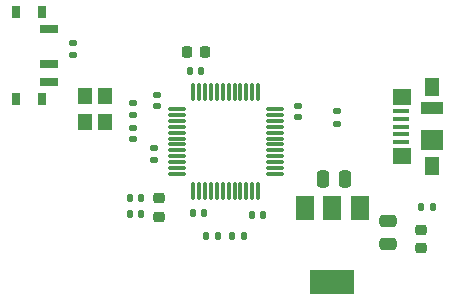
<source format=gbr>
%TF.GenerationSoftware,KiCad,Pcbnew,(6.0.7-1)-1*%
%TF.CreationDate,2022-10-07T20:30:11-05:00*%
%TF.ProjectId,KiCad,4b694361-642e-46b6-9963-61645f706362,rev?*%
%TF.SameCoordinates,Original*%
%TF.FileFunction,Paste,Top*%
%TF.FilePolarity,Positive*%
%FSLAX46Y46*%
G04 Gerber Fmt 4.6, Leading zero omitted, Abs format (unit mm)*
G04 Created by KiCad (PCBNEW (6.0.7-1)-1) date 2022-10-07 20:30:11*
%MOMM*%
%LPD*%
G01*
G04 APERTURE LIST*
G04 Aperture macros list*
%AMRoundRect*
0 Rectangle with rounded corners*
0 $1 Rounding radius*
0 $2 $3 $4 $5 $6 $7 $8 $9 X,Y pos of 4 corners*
0 Add a 4 corners polygon primitive as box body*
4,1,4,$2,$3,$4,$5,$6,$7,$8,$9,$2,$3,0*
0 Add four circle primitives for the rounded corners*
1,1,$1+$1,$2,$3*
1,1,$1+$1,$4,$5*
1,1,$1+$1,$6,$7*
1,1,$1+$1,$8,$9*
0 Add four rect primitives between the rounded corners*
20,1,$1+$1,$2,$3,$4,$5,0*
20,1,$1+$1,$4,$5,$6,$7,0*
20,1,$1+$1,$6,$7,$8,$9,0*
20,1,$1+$1,$8,$9,$2,$3,0*%
G04 Aperture macros list end*
%ADD10R,1.200000X1.400000*%
%ADD11R,1.550000X1.425000*%
%ADD12R,1.900000X1.000000*%
%ADD13R,1.300000X1.650000*%
%ADD14R,1.900000X1.800000*%
%ADD15R,1.380000X0.450000*%
%ADD16RoundRect,0.140000X0.170000X-0.140000X0.170000X0.140000X-0.170000X0.140000X-0.170000X-0.140000X0*%
%ADD17R,1.500000X2.000000*%
%ADD18R,3.800000X2.000000*%
%ADD19RoundRect,0.225000X-0.225000X-0.250000X0.225000X-0.250000X0.225000X0.250000X-0.225000X0.250000X0*%
%ADD20RoundRect,0.135000X0.185000X-0.135000X0.185000X0.135000X-0.185000X0.135000X-0.185000X-0.135000X0*%
%ADD21RoundRect,0.135000X0.135000X0.185000X-0.135000X0.185000X-0.135000X-0.185000X0.135000X-0.185000X0*%
%ADD22RoundRect,0.140000X-0.140000X-0.170000X0.140000X-0.170000X0.140000X0.170000X-0.140000X0.170000X0*%
%ADD23RoundRect,0.140000X0.140000X0.170000X-0.140000X0.170000X-0.140000X-0.170000X0.140000X-0.170000X0*%
%ADD24RoundRect,0.140000X-0.170000X0.140000X-0.170000X-0.140000X0.170000X-0.140000X0.170000X0.140000X0*%
%ADD25RoundRect,0.250000X0.475000X-0.250000X0.475000X0.250000X-0.475000X0.250000X-0.475000X-0.250000X0*%
%ADD26RoundRect,0.218750X-0.256250X0.218750X-0.256250X-0.218750X0.256250X-0.218750X0.256250X0.218750X0*%
%ADD27RoundRect,0.075000X-0.662500X-0.075000X0.662500X-0.075000X0.662500X0.075000X-0.662500X0.075000X0*%
%ADD28RoundRect,0.075000X-0.075000X-0.662500X0.075000X-0.662500X0.075000X0.662500X-0.075000X0.662500X0*%
%ADD29RoundRect,0.135000X-0.135000X-0.185000X0.135000X-0.185000X0.135000X0.185000X-0.135000X0.185000X0*%
%ADD30RoundRect,0.250000X-0.250000X-0.475000X0.250000X-0.475000X0.250000X0.475000X-0.250000X0.475000X0*%
%ADD31R,0.800000X1.000000*%
%ADD32R,1.500000X0.700000*%
G04 APERTURE END LIST*
D10*
%TO.C,Y1*%
X113062000Y-85588000D03*
X113062000Y-87788000D03*
X114762000Y-87788000D03*
X114762000Y-85588000D03*
%TD*%
D11*
%TO.C,J4*%
X139856000Y-85650500D03*
D12*
X142431000Y-86588000D03*
D11*
X139856000Y-90625500D03*
D13*
X142431000Y-91513000D03*
X142431000Y-84763000D03*
D14*
X142431000Y-89288000D03*
D15*
X139771000Y-86838000D03*
X139771000Y-87488000D03*
X139771000Y-88138000D03*
X139771000Y-88788000D03*
X139771000Y-89438000D03*
%TD*%
D16*
%TO.C,C11*%
X118872000Y-90932000D03*
X118872000Y-89972000D03*
%TD*%
D17*
%TO.C,U1*%
X136300000Y-95000000D03*
X134000000Y-95000000D03*
D18*
X134000000Y-101300000D03*
D17*
X131700000Y-95000000D03*
%TD*%
D19*
%TO.C,C3*%
X121653000Y-81788000D03*
X123203000Y-81788000D03*
%TD*%
D20*
%TO.C,R4*%
X112014000Y-82046000D03*
X112014000Y-81026000D03*
%TD*%
D16*
%TO.C,C9*%
X117094000Y-89182000D03*
X117094000Y-88222000D03*
%TD*%
%TO.C,C5*%
X117094000Y-87122000D03*
X117094000Y-86162000D03*
%TD*%
D21*
%TO.C,R2*%
X124333000Y-97409000D03*
X123313000Y-97409000D03*
%TD*%
D22*
%TO.C,C10*%
X121940000Y-83400000D03*
X122900000Y-83400000D03*
%TD*%
%TO.C,C4*%
X122174000Y-95500000D03*
X123134000Y-95500000D03*
%TD*%
D23*
%TO.C,C13*%
X117828000Y-95504000D03*
X116868000Y-95504000D03*
%TD*%
D24*
%TO.C,C7*%
X131064000Y-86388000D03*
X131064000Y-87348000D03*
%TD*%
D23*
%TO.C,C12*%
X117800000Y-94183200D03*
X116840000Y-94183200D03*
%TD*%
D25*
%TO.C,C2*%
X138684000Y-98044000D03*
X138684000Y-96144000D03*
%TD*%
D26*
%TO.C,D1*%
X141500000Y-96862500D03*
X141500000Y-98437500D03*
%TD*%
D27*
%TO.C,U2*%
X120805500Y-86658000D03*
X120805500Y-87158000D03*
X120805500Y-87658000D03*
X120805500Y-88158000D03*
X120805500Y-88658000D03*
X120805500Y-89158000D03*
X120805500Y-89658000D03*
X120805500Y-90158000D03*
X120805500Y-90658000D03*
X120805500Y-91158000D03*
X120805500Y-91658000D03*
X120805500Y-92158000D03*
D28*
X122218000Y-93570500D03*
X122718000Y-93570500D03*
X123218000Y-93570500D03*
X123718000Y-93570500D03*
X124218000Y-93570500D03*
X124718000Y-93570500D03*
X125218000Y-93570500D03*
X125718000Y-93570500D03*
X126218000Y-93570500D03*
X126718000Y-93570500D03*
X127218000Y-93570500D03*
X127718000Y-93570500D03*
D27*
X129130500Y-92158000D03*
X129130500Y-91658000D03*
X129130500Y-91158000D03*
X129130500Y-90658000D03*
X129130500Y-90158000D03*
X129130500Y-89658000D03*
X129130500Y-89158000D03*
X129130500Y-88658000D03*
X129130500Y-88158000D03*
X129130500Y-87658000D03*
X129130500Y-87158000D03*
X129130500Y-86658000D03*
D28*
X127718000Y-85245500D03*
X127218000Y-85245500D03*
X126718000Y-85245500D03*
X126218000Y-85245500D03*
X125718000Y-85245500D03*
X125218000Y-85245500D03*
X124718000Y-85245500D03*
X124218000Y-85245500D03*
X123718000Y-85245500D03*
X123218000Y-85245500D03*
X122718000Y-85245500D03*
X122218000Y-85245500D03*
%TD*%
D29*
%TO.C,R1*%
X141526800Y-94945200D03*
X142546800Y-94945200D03*
%TD*%
D30*
%TO.C,C1*%
X133200000Y-92600000D03*
X135100000Y-92600000D03*
%TD*%
D23*
%TO.C,C6*%
X128115000Y-95631000D03*
X127155000Y-95631000D03*
%TD*%
D20*
%TO.C,R5*%
X134366000Y-87884000D03*
X134366000Y-86864000D03*
%TD*%
D31*
%TO.C,SW1*%
X109382800Y-78478800D03*
X109382800Y-85778800D03*
X107172800Y-85778800D03*
X107172800Y-78478800D03*
D32*
X110032800Y-79878800D03*
X110032800Y-82878800D03*
X110032800Y-84378800D03*
%TD*%
D16*
%TO.C,C8*%
X119126000Y-86431000D03*
X119126000Y-85471000D03*
%TD*%
D26*
%TO.C,FB1*%
X119352000Y-94208500D03*
X119352000Y-95783500D03*
%TD*%
D29*
%TO.C,R3*%
X125499400Y-97409000D03*
X126519400Y-97409000D03*
%TD*%
M02*

</source>
